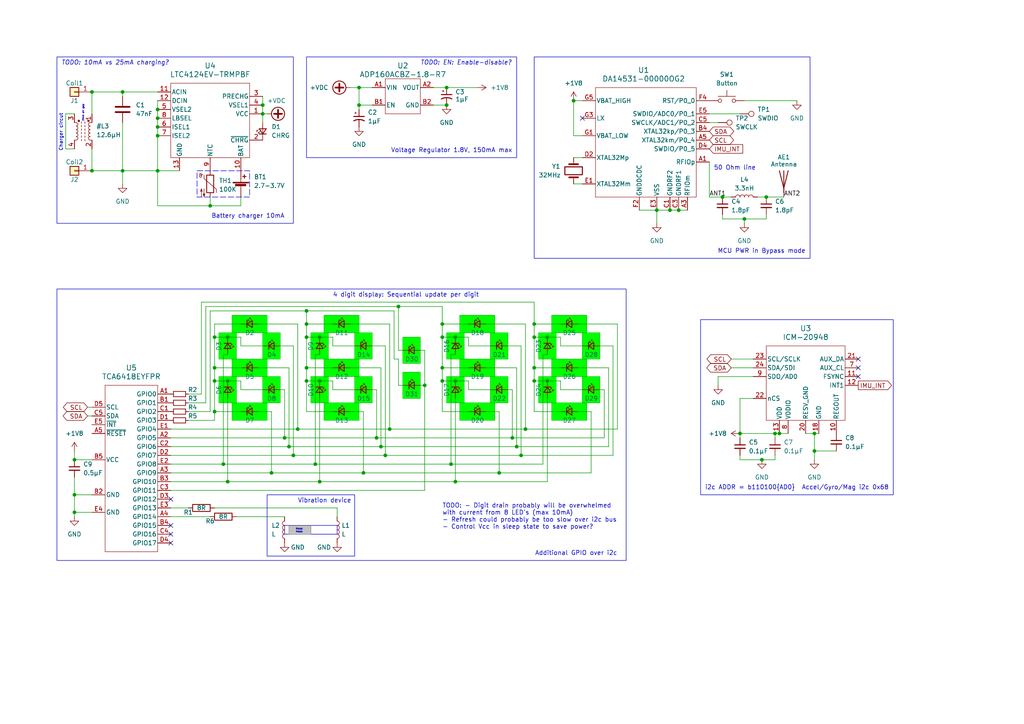
<source format=kicad_sch>
(kicad_sch (version 20230121) (generator eeschema)
  (paper "A4")
  (junction (at 82.55 127))
  (junction (at 88.9 90.17))
  (junction (at 132.08 110.49))
  (junction (at 129.54 25.4))
  (junction (at 149.86 129.54))
  (junction (at 214.63 125.73))
  (junction (at 45.72 31.75))
  (junction (at 66.04 139.7))
  (junction (at 154.94 97.79))
  (junction (at 154.94 106.68))
  (junction (at 104.14 25.4))
  (junction (at 91.44 134.62))
  (junction (at 144.78 137.16))
  (junction (at 148.59 127))
  (junction (at 154.94 110.49))
  (junction (at 45.72 49.53))
  (junction (at 76.2 33.02))
  (junction (at 166.37 29.21))
  (junction (at 88.9 93.98))
  (junction (at 215.9 63.5))
  (junction (at 220.98 133.35))
  (junction (at 35.56 26.67))
  (junction (at 158.75 97.79))
  (junction (at 92.71 110.49))
  (junction (at 224.79 125.73))
  (junction (at 132.08 97.79))
  (junction (at 128.27 106.68))
  (junction (at 209.55 57.15))
  (junction (at 62.23 119.38))
  (junction (at 66.04 97.79))
  (junction (at 152.4 124.46))
  (junction (at 26.67 49.53))
  (junction (at 62.23 110.49))
  (junction (at 86.36 124.46))
  (junction (at 132.08 139.7))
  (junction (at 21.59 143.51))
  (junction (at 158.75 110.49))
  (junction (at 115.57 88.9))
  (junction (at 64.77 134.62))
  (junction (at 45.72 34.29))
  (junction (at 123.19 111.76))
  (junction (at 92.71 139.7))
  (junction (at 236.22 130.81))
  (junction (at 45.72 36.83))
  (junction (at 45.72 39.37))
  (junction (at 105.41 137.16))
  (junction (at 60.96 59.69))
  (junction (at 109.22 127))
  (junction (at 222.25 57.15))
  (junction (at 111.76 132.08))
  (junction (at 128.27 93.98))
  (junction (at 130.81 134.62))
  (junction (at 104.14 30.48))
  (junction (at 128.27 110.49))
  (junction (at 226.06 125.73))
  (junction (at 113.03 124.46))
  (junction (at 78.74 137.16))
  (junction (at 62.23 97.79))
  (junction (at 110.49 129.54))
  (junction (at 88.9 110.49))
  (junction (at 154.94 93.98))
  (junction (at 21.59 148.59))
  (junction (at 151.13 132.08))
  (junction (at 196.85 60.96))
  (junction (at 83.82 129.54))
  (junction (at 35.56 49.53))
  (junction (at 26.67 26.67))
  (junction (at 92.71 97.79))
  (junction (at 76.2 30.48))
  (junction (at 129.54 30.48))
  (junction (at 190.5 60.96))
  (junction (at 66.04 110.49))
  (junction (at 194.31 60.96))
  (junction (at 236.22 125.73))
  (junction (at 128.27 97.79))
  (junction (at 85.09 132.08))
  (junction (at 88.9 106.68))
  (junction (at 62.23 106.68))
  (junction (at 21.59 133.35))
  (junction (at 88.9 97.79))
  (no_connect (at 49.53 144.78))
  (no_connect (at 49.53 157.48))
  (no_connect (at 248.92 104.14))
  (no_connect (at 49.53 152.4))
  (no_connect (at 49.53 154.94))
  (no_connect (at 248.92 106.68))
  (no_connect (at 248.92 109.22))
  (no_connect (at 168.91 34.29))
  (wire (pts (xy 128.27 110.49) (xy 132.08 110.49)))
  (wire (pts (xy 21.59 33.02) (xy 19.05 33.02)))
  (wire (pts (xy 115.57 101.6) (xy 116.84 101.6)))
  (wire (pts (xy 130.81 134.62) (xy 157.48 134.62)))
  (wire (pts (xy 25.4 120.65) (xy 26.67 120.65)))
  (wire (pts (xy 224.79 125.73) (xy 226.06 125.73)))
  (wire (pts (xy 26.67 143.51) (xy 21.59 143.51)))
  (wire (pts (xy 205.74 35.56) (xy 208.28 35.56)))
  (wire (pts (xy 123.19 142.24) (xy 123.19 111.76)))
  (wire (pts (xy 81.28 113.03) (xy 82.55 113.03)))
  (wire (pts (xy 215.9 29.21) (xy 231.14 29.21)))
  (wire (pts (xy 123.19 111.76) (xy 123.19 101.6)))
  (wire (pts (xy 113.03 124.46) (xy 152.4 124.46)))
  (wire (pts (xy 88.9 93.98) (xy 88.9 97.79)))
  (wire (pts (xy 205.74 46.99) (xy 205.74 57.15)))
  (wire (pts (xy 88.9 90.17) (xy 114.3 90.17)))
  (wire (pts (xy 88.9 97.79) (xy 88.9 106.68)))
  (wire (pts (xy 60.96 59.69) (xy 45.72 59.69)))
  (wire (pts (xy 209.55 57.15) (xy 212.09 57.15)))
  (wire (pts (xy 226.06 125.73) (xy 228.6 125.73)))
  (wire (pts (xy 82.55 127) (xy 109.22 127)))
  (wire (pts (xy 115.57 104.14) (xy 115.57 111.76)))
  (wire (pts (xy 194.31 60.96) (xy 196.85 60.96)))
  (wire (pts (xy 154.94 110.49) (xy 158.75 110.49)))
  (wire (pts (xy 135.89 100.33) (xy 142.24 100.33)))
  (wire (pts (xy 121.92 111.76) (xy 123.19 111.76)))
  (wire (pts (xy 26.67 43.18) (xy 26.67 49.53)))
  (wire (pts (xy 147.32 113.03) (xy 148.59 113.03)))
  (wire (pts (xy 66.04 102.87) (xy 64.77 102.87)))
  (wire (pts (xy 179.07 93.98) (xy 167.64 93.98)))
  (wire (pts (xy 218.44 109.22) (xy 208.28 109.22)))
  (wire (pts (xy 154.94 106.68) (xy 154.94 110.49)))
  (wire (pts (xy 76.2 35.56) (xy 76.2 33.02)))
  (wire (pts (xy 208.28 109.22) (xy 208.28 111.76)))
  (wire (pts (xy 88.9 119.38) (xy 96.52 119.38)))
  (wire (pts (xy 62.23 93.98) (xy 69.85 93.98)))
  (wire (pts (xy 49.53 137.16) (xy 78.74 137.16)))
  (wire (pts (xy 62.23 97.79) (xy 66.04 97.79)))
  (wire (pts (xy 158.75 115.57) (xy 158.75 139.7)))
  (wire (pts (xy 49.53 142.24) (xy 123.19 142.24)))
  (wire (pts (xy 85.09 132.08) (xy 111.76 132.08)))
  (wire (pts (xy 62.23 147.32) (xy 97.79 147.32)))
  (wire (pts (xy 96.52 100.33) (xy 96.52 97.79)))
  (wire (pts (xy 88.9 110.49) (xy 92.71 110.49)))
  (wire (pts (xy 171.45 119.38) (xy 171.45 137.16)))
  (wire (pts (xy 49.53 124.46) (xy 86.36 124.46)))
  (wire (pts (xy 166.37 29.21) (xy 168.91 29.21)))
  (wire (pts (xy 167.64 119.38) (xy 171.45 119.38)))
  (wire (pts (xy 113.03 93.98) (xy 113.03 124.46)))
  (wire (pts (xy 49.53 134.62) (xy 64.77 134.62)))
  (wire (pts (xy 54.61 121.92) (xy 62.23 121.92)))
  (wire (pts (xy 64.77 102.87) (xy 64.77 134.62)))
  (wire (pts (xy 105.41 119.38) (xy 105.41 137.16)))
  (wire (pts (xy 205.74 33.02) (xy 214.63 33.02)))
  (wire (pts (xy 149.86 129.54) (xy 176.53 129.54)))
  (wire (pts (xy 115.57 111.76) (xy 116.84 111.76)))
  (wire (pts (xy 88.9 97.79) (xy 92.71 97.79)))
  (wire (pts (xy 66.04 139.7) (xy 92.71 139.7)))
  (wire (pts (xy 21.59 148.59) (xy 21.59 149.86)))
  (wire (pts (xy 132.08 102.87) (xy 130.81 102.87)))
  (wire (pts (xy 135.89 100.33) (xy 135.89 97.79)))
  (wire (pts (xy 101.6 106.68) (xy 110.49 106.68)))
  (wire (pts (xy 212.09 104.14) (xy 218.44 104.14)))
  (wire (pts (xy 114.3 104.14) (xy 115.57 104.14)))
  (wire (pts (xy 81.28 100.33) (xy 85.09 100.33)))
  (wire (pts (xy 209.55 62.23) (xy 209.55 63.5)))
  (wire (pts (xy 92.71 139.7) (xy 132.08 139.7)))
  (wire (pts (xy 158.75 110.49) (xy 162.56 110.49)))
  (wire (pts (xy 158.75 102.87) (xy 157.48 102.87)))
  (wire (pts (xy 85.09 100.33) (xy 85.09 132.08)))
  (wire (pts (xy 125.73 25.4) (xy 129.54 25.4)))
  (wire (pts (xy 66.04 97.79) (xy 69.85 97.79)))
  (wire (pts (xy 101.6 25.4) (xy 104.14 25.4)))
  (wire (pts (xy 132.08 139.7) (xy 158.75 139.7)))
  (wire (pts (xy 45.72 29.21) (xy 45.72 31.75)))
  (wire (pts (xy 76.2 27.94) (xy 76.2 30.48)))
  (wire (pts (xy 128.27 93.98) (xy 135.89 93.98)))
  (wire (pts (xy 35.56 35.56) (xy 35.56 49.53)))
  (wire (pts (xy 92.71 97.79) (xy 96.52 97.79)))
  (wire (pts (xy 35.56 49.53) (xy 35.56 53.34)))
  (wire (pts (xy 88.9 110.49) (xy 88.9 119.38)))
  (wire (pts (xy 166.37 39.37) (xy 166.37 29.21)))
  (wire (pts (xy 69.85 59.69) (xy 60.96 59.69)))
  (wire (pts (xy 66.04 110.49) (xy 69.85 110.49)))
  (wire (pts (xy 154.94 93.98) (xy 154.94 97.79)))
  (wire (pts (xy 140.97 106.68) (xy 149.86 106.68)))
  (wire (pts (xy 128.27 119.38) (xy 135.89 119.38)))
  (wire (pts (xy 26.67 26.67) (xy 35.56 26.67)))
  (wire (pts (xy 154.94 97.79) (xy 154.94 106.68)))
  (wire (pts (xy 88.9 90.17) (xy 88.9 93.98)))
  (wire (pts (xy 62.23 121.92) (xy 62.23 119.38)))
  (wire (pts (xy 107.95 100.33) (xy 111.76 100.33)))
  (wire (pts (xy 128.27 97.79) (xy 132.08 97.79)))
  (wire (pts (xy 148.59 113.03) (xy 148.59 127)))
  (wire (pts (xy 62.23 110.49) (xy 62.23 119.38)))
  (wire (pts (xy 236.22 125.73) (xy 237.49 125.73)))
  (wire (pts (xy 92.71 110.49) (xy 96.52 110.49)))
  (wire (pts (xy 76.2 33.02) (xy 77.47 33.02)))
  (wire (pts (xy 166.37 45.72) (xy 168.91 45.72)))
  (wire (pts (xy 54.61 116.84) (xy 59.69 116.84)))
  (wire (pts (xy 123.19 101.6) (xy 121.92 101.6)))
  (wire (pts (xy 49.53 132.08) (xy 85.09 132.08)))
  (wire (pts (xy 86.36 124.46) (xy 113.03 124.46)))
  (wire (pts (xy 154.94 87.63) (xy 154.94 93.98)))
  (wire (pts (xy 45.72 59.69) (xy 45.72 49.53)))
  (wire (pts (xy 96.52 100.33) (xy 102.87 100.33)))
  (wire (pts (xy 209.55 63.5) (xy 215.9 63.5)))
  (wire (pts (xy 21.59 133.35) (xy 26.67 133.35)))
  (wire (pts (xy 219.71 57.15) (xy 222.25 57.15)))
  (wire (pts (xy 62.23 93.98) (xy 62.23 97.79)))
  (wire (pts (xy 35.56 26.67) (xy 35.56 27.94)))
  (wire (pts (xy 104.14 25.4) (xy 104.14 30.48)))
  (wire (pts (xy 35.56 26.67) (xy 45.72 26.67)))
  (wire (pts (xy 35.56 49.53) (xy 45.72 49.53)))
  (wire (pts (xy 54.61 119.38) (xy 60.96 119.38)))
  (wire (pts (xy 49.53 129.54) (xy 83.82 129.54)))
  (wire (pts (xy 69.85 100.33) (xy 76.2 100.33)))
  (wire (pts (xy 158.75 97.79) (xy 162.56 97.79)))
  (wire (pts (xy 76.2 30.48) (xy 76.2 33.02)))
  (wire (pts (xy 114.3 90.17) (xy 114.3 104.14)))
  (wire (pts (xy 115.57 88.9) (xy 115.57 101.6)))
  (wire (pts (xy 69.85 57.15) (xy 69.85 59.69)))
  (wire (pts (xy 69.85 100.33) (xy 69.85 97.79)))
  (wire (pts (xy 49.53 127) (xy 82.55 127)))
  (wire (pts (xy 222.25 57.15) (xy 227.33 57.15)))
  (wire (pts (xy 205.74 57.15) (xy 209.55 57.15)))
  (wire (pts (xy 109.22 127) (xy 148.59 127)))
  (wire (pts (xy 176.53 106.68) (xy 176.53 129.54)))
  (wire (pts (xy 107.95 113.03) (xy 109.22 113.03)))
  (wire (pts (xy 62.23 119.38) (xy 69.85 119.38)))
  (wire (pts (xy 92.71 102.87) (xy 91.44 102.87)))
  (wire (pts (xy 21.59 143.51) (xy 21.59 148.59)))
  (wire (pts (xy 60.96 57.15) (xy 60.96 59.69)))
  (wire (pts (xy 144.78 119.38) (xy 144.78 137.16)))
  (wire (pts (xy 214.63 133.35) (xy 220.98 133.35)))
  (wire (pts (xy 101.6 93.98) (xy 113.03 93.98)))
  (wire (pts (xy 19.05 33.02) (xy 19.05 43.18)))
  (wire (pts (xy 60.96 119.38) (xy 60.96 90.17)))
  (wire (pts (xy 101.6 119.38) (xy 105.41 119.38)))
  (wire (pts (xy 236.22 125.73) (xy 236.22 130.81)))
  (wire (pts (xy 105.41 137.16) (xy 144.78 137.16)))
  (wire (pts (xy 59.69 88.9) (xy 115.57 88.9)))
  (wire (pts (xy 78.74 137.16) (xy 105.41 137.16)))
  (wire (pts (xy 45.72 31.75) (xy 45.72 34.29)))
  (wire (pts (xy 151.13 132.08) (xy 177.8 132.08)))
  (wire (pts (xy 21.59 138.43) (xy 21.59 143.51)))
  (wire (pts (xy 152.4 93.98) (xy 152.4 124.46)))
  (wire (pts (xy 88.9 106.68) (xy 88.9 110.49)))
  (wire (pts (xy 60.96 90.17) (xy 88.9 90.17)))
  (wire (pts (xy 196.85 60.96) (xy 199.39 60.96)))
  (wire (pts (xy 162.56 100.33) (xy 162.56 97.79)))
  (wire (pts (xy 236.22 130.81) (xy 236.22 133.35)))
  (wire (pts (xy 96.52 113.03) (xy 96.52 110.49)))
  (wire (pts (xy 97.79 147.32) (xy 97.79 149.86)))
  (wire (pts (xy 58.42 114.3) (xy 54.61 114.3)))
  (wire (pts (xy 64.77 134.62) (xy 91.44 134.62)))
  (wire (pts (xy 128.27 106.68) (xy 128.27 110.49)))
  (wire (pts (xy 45.72 49.53) (xy 45.72 39.37)))
  (wire (pts (xy 214.63 125.73) (xy 224.79 125.73)))
  (wire (pts (xy 110.49 129.54) (xy 149.86 129.54)))
  (wire (pts (xy 162.56 100.33) (xy 168.91 100.33)))
  (wire (pts (xy 222.25 63.5) (xy 215.9 63.5)))
  (wire (pts (xy 74.93 93.98) (xy 86.36 93.98)))
  (wire (pts (xy 149.86 106.68) (xy 149.86 129.54)))
  (wire (pts (xy 125.73 30.48) (xy 129.54 30.48)))
  (wire (pts (xy 214.63 125.73) (xy 214.63 127)))
  (wire (pts (xy 49.53 147.32) (xy 54.61 147.32)))
  (wire (pts (xy 91.44 134.62) (xy 130.81 134.62)))
  (wire (pts (xy 62.23 106.68) (xy 69.85 106.68)))
  (wire (pts (xy 175.26 113.03) (xy 173.99 113.03)))
  (wire (pts (xy 214.63 133.35) (xy 214.63 132.08)))
  (wire (pts (xy 162.56 113.03) (xy 162.56 110.49)))
  (wire (pts (xy 140.97 93.98) (xy 152.4 93.98)))
  (wire (pts (xy 69.85 113.03) (xy 69.85 110.49)))
  (wire (pts (xy 212.09 106.68) (xy 218.44 106.68)))
  (wire (pts (xy 135.89 113.03) (xy 142.24 113.03)))
  (wire (pts (xy 49.53 139.7) (xy 66.04 139.7)))
  (wire (pts (xy 111.76 100.33) (xy 111.76 132.08)))
  (wire (pts (xy 190.5 60.96) (xy 190.5 64.77)))
  (wire (pts (xy 214.63 115.57) (xy 214.63 125.73)))
  (wire (pts (xy 166.37 53.34) (xy 168.91 53.34)))
  (wire (pts (xy 96.52 113.03) (xy 102.87 113.03)))
  (wire (pts (xy 115.57 88.9) (xy 128.27 88.9)))
  (wire (pts (xy 19.05 43.18) (xy 21.59 43.18)))
  (wire (pts (xy 128.27 93.98) (xy 128.27 97.79)))
  (wire (pts (xy 91.44 102.87) (xy 91.44 134.62)))
  (wire (pts (xy 62.23 97.79) (xy 62.23 106.68)))
  (wire (pts (xy 151.13 100.33) (xy 151.13 132.08)))
  (wire (pts (xy 59.69 116.84) (xy 59.69 88.9)))
  (wire (pts (xy 154.94 97.79) (xy 158.75 97.79)))
  (wire (pts (xy 83.82 106.68) (xy 83.82 129.54)))
  (wire (pts (xy 215.9 63.5) (xy 215.9 64.77)))
  (wire (pts (xy 179.07 124.46) (xy 179.07 93.98)))
  (wire (pts (xy 224.79 133.35) (xy 224.79 132.08)))
  (wire (pts (xy 154.94 93.98) (xy 162.56 93.98)))
  (wire (pts (xy 62.23 106.68) (xy 62.23 110.49)))
  (wire (pts (xy 177.8 100.33) (xy 177.8 132.08)))
  (wire (pts (xy 78.74 119.38) (xy 78.74 137.16)))
  (wire (pts (xy 132.08 110.49) (xy 135.89 110.49)))
  (wire (pts (xy 25.4 118.11) (xy 26.67 118.11)))
  (wire (pts (xy 110.49 106.68) (xy 110.49 129.54)))
  (wire (pts (xy 157.48 102.87) (xy 157.48 134.62)))
  (wire (pts (xy 58.42 87.63) (xy 58.42 114.3)))
  (wire (pts (xy 233.68 125.73) (xy 236.22 125.73)))
  (wire (pts (xy 175.26 113.03) (xy 175.26 127)))
  (wire (pts (xy 218.44 115.57) (xy 214.63 115.57)))
  (wire (pts (xy 132.08 115.57) (xy 132.08 139.7)))
  (wire (pts (xy 222.25 62.23) (xy 222.25 63.5)))
  (wire (pts (xy 45.72 36.83) (xy 45.72 39.37)))
  (wire (pts (xy 154.94 106.68) (xy 162.56 106.68)))
  (wire (pts (xy 185.42 60.96) (xy 190.5 60.96)))
  (wire (pts (xy 109.22 113.03) (xy 109.22 127)))
  (wire (pts (xy 152.4 124.46) (xy 179.07 124.46)))
  (wire (pts (xy 58.42 87.63) (xy 154.94 87.63)))
  (wire (pts (xy 104.14 30.48) (xy 107.95 30.48)))
  (wire (pts (xy 162.56 113.03) (xy 168.91 113.03)))
  (wire (pts (xy 104.14 25.4) (xy 107.95 25.4)))
  (wire (pts (xy 144.78 137.16) (xy 171.45 137.16)))
  (wire (pts (xy 220.98 133.35) (xy 224.79 133.35)))
  (wire (pts (xy 49.53 149.86) (xy 60.96 149.86)))
  (wire (pts (xy 52.07 49.53) (xy 45.72 49.53)))
  (wire (pts (xy 62.23 110.49) (xy 66.04 110.49)))
  (wire (pts (xy 104.14 30.48) (xy 104.14 31.75)))
  (wire (pts (xy 92.71 115.57) (xy 92.71 139.7)))
  (wire (pts (xy 130.81 102.87) (xy 130.81 134.62)))
  (wire (pts (xy 69.85 113.03) (xy 76.2 113.03)))
  (wire (pts (xy 21.59 130.81) (xy 21.59 133.35)))
  (wire (pts (xy 148.59 127) (xy 175.26 127)))
  (wire (pts (xy 129.54 25.4) (xy 138.43 25.4)))
  (wire (pts (xy 45.72 34.29) (xy 45.72 36.83)))
  (wire (pts (xy 132.08 97.79) (xy 135.89 97.79)))
  (wire (pts (xy 128.27 97.79) (xy 128.27 106.68)))
  (wire (pts (xy 177.8 100.33) (xy 173.99 100.33)))
  (wire (pts (xy 68.58 149.86) (xy 82.55 149.86)))
  (wire (pts (xy 147.32 100.33) (xy 151.13 100.33)))
  (wire (pts (xy 140.97 119.38) (xy 144.78 119.38)))
  (wire (pts (xy 82.55 113.03) (xy 82.55 127)))
  (wire (pts (xy 135.89 113.03) (xy 135.89 110.49)))
  (wire (pts (xy 88.9 93.98) (xy 96.52 93.98)))
  (wire (pts (xy 176.53 106.68) (xy 167.64 106.68)))
  (wire (pts (xy 88.9 106.68) (xy 96.52 106.68)))
  (wire (pts (xy 74.93 106.68) (xy 83.82 106.68)))
  (wire (pts (xy 236.22 130.81) (xy 242.57 130.81)))
  (wire (pts (xy 168.91 39.37) (xy 166.37 39.37)))
  (wire (pts (xy 66.04 115.57) (xy 66.04 139.7)))
  (wire (pts (xy 128.27 106.68) (xy 135.89 106.68)))
  (wire (pts (xy 26.67 49.53) (xy 35.56 49.53)))
  (wire (pts (xy 86.36 93.98) (xy 86.36 124.46)))
  (wire (pts (xy 224.79 125.73) (xy 224.79 127)))
  (wire (pts (xy 26.67 148.59) (xy 21.59 148.59)))
  (wire (pts (xy 74.93 119.38) (xy 78.74 119.38)))
  (wire (pts (xy 190.5 60.96) (xy 194.31 60.96)))
  (wire (pts (xy 26.67 26.67) (xy 26.67 33.02)))
  (wire (pts (xy 154.94 110.49) (xy 154.94 119.38)))
  (wire (pts (xy 128.27 110.49) (xy 128.27 119.38)))
  (wire (pts (xy 111.76 132.08) (xy 151.13 132.08)))
  (wire (pts (xy 128.27 88.9) (xy 128.27 93.98)))
  (wire (pts (xy 83.82 129.54) (xy 110.49 129.54)))
  (wire (pts (xy 154.94 119.38) (xy 162.56 119.38)))
  (rectangle (start 168.91 109.22) (end 173.99 116.84) (stroke (width 0) (color 0 194 0 1)) (fill (type color) (color 0 255 0 1)))
  (rectangle (start 93.98 91.44) (end 104.14 96.52) (stroke (width 0) (color 0 194 0 1)) (fill (type color) (color 0 255 0 1)))
  (rectangle (start 160.02 91.44) (end 170.18 96.52) (stroke (width 0) (color 0 194 0 1)) (fill (type color) (color 0 255 0 1)))
  (rectangle (start 67.31 116.84) (end 77.47 121.92) (stroke (width 0) (color 0 194 0 1)) (fill (type color) (color 0 255 0 1)))
  (rectangle (start 142.24 109.22) (end 147.32 116.84) (stroke (width 0) (color 0 194 0 1)) (fill (type color) (color 0 255 0 1)))
  (rectangle (start 67.31 104.14) (end 77.47 109.22) (stroke (width 0) (color 0 194 0 1)) (fill (type color) (color 0 255 0 1)))
  (rectangle (start 90.17 96.52) (end 95.25 104.14) (stroke (width 0) (color 0 194 0 1)) (fill (type color) (color 0 255 0 1)))
  (rectangle (start 133.35 91.44) (end 143.51 96.52) (stroke (width 0) (color 0 194 0 1)) (fill (type color) (color 0 255 0 1)))
  (rectangle (start 77.47 143.51) (end 102.87 161.29))
  (rectangle (start 160.02 104.14) (end 170.18 109.22) (stroke (width 0) (color 0 194 0 1)) (fill (type color) (color 0 255 0 1)))
  (rectangle (start 93.98 116.84) (end 104.14 121.92) (stroke (width 0) (color 0 194 0 1)) (fill (type color) (color 0 255 0 1)))
  (rectangle (start 67.31 91.44) (end 77.47 96.52) (stroke (width 0) (color 0 194 0 1)) (fill (type color) (color 0 255 0 1)))
  (rectangle (start 154.94 16.51) (end 234.95 74.93))
  (rectangle (start 63.5 109.22) (end 68.58 116.84) (stroke (width 0) (color 0 194 0 1)) (fill (type color) (color 0 255 0 1)))
  (rectangle (start 83.82 152.4) (end 90.17 154.94) (stroke (width 0) (color 132 132 132 1)) (fill (type color) (color 194 194 194 1)))
  (rectangle (start 116.84 97.79) (end 121.92 105.41) (stroke (width 0) (color 0 194 0 1)) (fill (type color) (color 0 255 0 1)))
  (rectangle (start 57.15 49.53) (end 72.39 57.15) (stroke (width 0) (type dash)))
  (rectangle (start 133.35 104.14) (end 143.51 109.22) (stroke (width 0) (color 0 194 0 1)) (fill (type color) (color 0 255 0 1)))
  (rectangle (start 90.17 109.22) (end 95.25 116.84) (stroke (width 0) (color 0 194 0 1)) (fill (type color) (color 0 255 0 1)))
  (rectangle (start 88.9 16.51) (end 149.86 45.72))
  (rectangle (start 142.24 96.52) (end 147.32 104.14) (stroke (width 0) (color 0 194 0 1)) (fill (type color) (color 0 255 0 1)))
  (rectangle (start 102.87 96.52) (end 107.95 104.14) (stroke (width 0) (color 0 194 0 1)) (fill (type color) (color 0 255 0 1)))
  (rectangle (start 129.54 109.22) (end 134.62 116.84) (stroke (width 0) (color 0 194 0 1)) (fill (type color) (color 0 255 0 1)))
  (rectangle (start 63.5 96.52) (end 68.58 104.14) (stroke (width 0) (color 0 194 0 1)) (fill (type color) (color 0 255 0 1)))
  (rectangle (start 129.54 96.52) (end 134.62 104.14) (stroke (width 0) (color 0 194 0 1)) (fill (type color) (color 0 255 0 1)))
  (rectangle (start 76.2 96.52) (end 81.28 104.14) (stroke (width 0) (color 0 194 0 1)) (fill (type color) (color 0 255 0 1)))
  (rectangle (start 160.02 116.84) (end 170.18 121.92) (stroke (width 0) (color 0 194 0 1)) (fill (type color) (color 0 255 0 1)))
  (rectangle (start 76.2 109.22) (end 81.28 116.84) (stroke (width 0) (color 0 194 0 1)) (fill (type color) (color 0 255 0 1)))
  (rectangle (start 82.55 152.4) (end 97.79 154.94))
  (rectangle (start 203.2 92.71) (end 259.08 143.51))
  (rectangle (start 93.98 104.14) (end 104.14 109.22) (stroke (width 0) (color 0 194 0 1)) (fill (type color) (color 0 255 0 1)))
  (rectangle (start 16.51 16.51) (end 85.09 64.77))
  (rectangle (start 16.51 83.82) (end 181.61 162.56))
  (rectangle (start 102.87 109.22) (end 107.95 116.84) (stroke (width 0) (color 0 194 0 1)) (fill (type color) (color 0 255 0 1)))
  (rectangle (start 156.21 109.22) (end 161.29 116.84) (stroke (width 0) (color 0 194 0 1)) (fill (type color) (color 0 255 0 1)))
  (rectangle (start 133.35 116.84) (end 143.51 121.92) (stroke (width 0) (color 0 194 0 1)) (fill (type color) (color 0 255 0 1)))
  (rectangle (start 116.84 107.95) (end 121.92 115.57) (stroke (width 0) (color 0 194 0 1)) (fill (type color) (color 0 255 0 1)))
  (rectangle (start 168.91 96.52) (end 173.99 104.14) (stroke (width 0) (color 0 194 0 1)) (fill (type color) (color 0 255 0 1)))
  (rectangle (start 156.21 96.52) (end 161.29 104.14) (stroke (width 0) (color 0 194 0 1)) (fill (type color) (color 0 255 0 1)))
  (text "Additional GPIO over i2c" (at 179.07 161.29 0) (effects (font (size 1.27 1.27)) (justify right bottom)))
  (text "Metal\nmass" (at 85.7254 154.6588 0) (effects (font (size 0.5 0.5)) (justify left bottom)))
  (text "TODO: EN: Enable-disable?" (at 121.92 19.05 0) (effects (font (size 1.27 1.27) italic) (justify left bottom)))
  (text "i2c ADDR = b110100{AD0}" (at 204.47 142.24 0) (effects (font (size 1.27 1.27)) (justify left bottom)))
  (text "Voltage Regulator 1.8V, 150mA max" (at 148.59 44.45 0) (effects (font (size 1.27 1.27)) (justify right bottom)))
  (text "4 digit display: Sequential update per digit" (at 96.52 86.36 0) (effects (font (size 1.27 1.27)) (justify left bottom)))
  (text "50 Ohm line" (at 207.01 49.53 0) (effects (font (size 1.27 1.27)) (justify left bottom)))
  (text "Charger circut" (at 18.275 43.9558 90) (effects (font (size 1 1)) (justify left bottom)))
  (text "TODO: - Digit drain probably will be overwhelmed\nwith current from 8 LED's (max 10mA)\n- Refresh could probably be too slow over i2c bus\n- Control Vcc in sleep state to save power?" (at 128.27 153.67 0) (effects (font (size 1.27 1.27)) (justify left bottom)))
  (text "2mm air gap" (at 24.4127 35.3665 90) (effects (font (size 0.5 0.5)) (justify left bottom)))
  (text "Vibration device" (at 86.36 146.05 0) (effects (font (size 1.27 1.27)) (justify left bottom)))
  (text "TODO: 10mA vs 25mA charging?" (at 17.78 19.05 0) (effects (font (size 1.27 1.27) italic) (justify left bottom)))
  (text "Accel/Gyro/Mag i2c 0x68" (at 257.81 142.24 0) (effects (font (size 1.27 1.27)) (justify right bottom)))
  (text "MCU PWR in Bypass mode" (at 233.68 73.66 0) (effects (font (size 1.27 1.27)) (justify right bottom)))
  (text "Battery charger 10mA" (at 82.55 63.5 0) (effects (font (size 1.27 1.27)) (justify right bottom)))
  (label "ANT2" (at 227.33 57.15 0))
  (label "ANT1" (at 205.74 57.15 0))
  (global_label "SDA" (shape bidirectional) (at 25.4 120.65 180) (property "Intersheetrefs" "${INTERSHEET_REFS}" (effects hide)))
  (global_label "SDA" (shape bidirectional) (at 212.09 106.68 180) (property "Intersheetrefs" "${INTERSHEET_REFS}" (effects hide)))
  (global_label "SCL" (shape bidirectional) (at 205.74 40.64 0) (property "Intersheetrefs" "${INTERSHEET_REFS}" (effects hide)))
  (global_label "IMU_INT" (shape input) (at 205.74 43.18 0) (property "Intersheetrefs" "${INTERSHEET_REFS}" (effects hide)))
  (global_label "IMU_INT" (shape output) (at 248.92 111.76 0) (property "Intersheetrefs" "${INTERSHEET_REFS}" (effects hide)))
  (global_label "SCL" (shape bidirectional) (at 25.4 118.11 180) (property "Intersheetrefs" "${INTERSHEET_REFS}" (effects hide)))
  (global_label "SCL" (shape bidirectional) (at 212.09 104.14 180) (property "Intersheetrefs" "${INTERSHEET_REFS}" (effects hide)))
  (global_label "SDA" (shape bidirectional) (at 205.74 38.1 0) (property "Intersheetrefs" "${INTERSHEET_REFS}" (effects hide)))
  (symbol (lib_id "Device:R_Small") (at 52.07 121.92 90) (unit 1)
    (property "Reference" "R5" (at 55.88 120.65 90))
    (property "Value" "R_Small" (effects hide))
    (property "Footprint" "Resistor_SMD:R_0201_0603Metric" (effects hide))
  )
  (symbol (lib_id "Switch:SW_Push") (at 210.82 29.21 0) (unit 1)
    (property "Reference" "SW1" (at 210.82 21.59 0))
    (property "Value" "Button" (at 210.82 24.13 0))
    (property "Footprint" "footprints:KMT0_push_3x2.6" (effects hide))
  )
  (symbol (lib_id "Device:C_Small") (at 224.79 129.54 0) (unit 1)
    (property "Reference" "C7" (at 227.33 128.2763 0) (effects (justify left)))
    (property "Value" "0.1µF" (at 227.33 130.8163 0) (effects (justify left)))
    (property "Footprint" "Capacitor_SMD:C_0201_0603Metric" (effects hide))
  )
  (symbol (lib_id "power:GND") (at 21.59 149.86 0) (unit 1)
    (property "Reference" "#PWR015" (effects hide))
    (property "Value" "GND" (at 21.59 154.94 0))
  )
  (symbol (lib_id "Device:C_Polarized_Small_US") (at 104.14 34.29 0) (unit 1)
    (property "Reference" "C2" (at 106.68 32.5882 0) (effects (justify left)))
    (property "Value" "1µF" (at 106.68 35.1282 0) (effects (justify left)))
    (property "Footprint" "Capacitor_SMD:C_0201_0603Metric" (effects hide))
  )
  (symbol (lib_id "Device:LED_Small") (at 132.08 100.33 270) (unit 1)
    (property "Reference" "D16" (at 129.54 100.3935 0))
    (property "Value" "DIG" (effects hide))
    (property "Footprint" "Diode_SMD:D_0201_0603Metric" (effects hide))
  )
  (symbol (lib_id "Device:LED_Small") (at 119.38 101.6 0) (unit 1)
    (property "Reference" "D30" (at 119.4435 104.14 0))
    (property "Value" "DIG" (effects hide))
    (property "Footprint" "Diode_SMD:D_0201_0603Metric" (effects hide))
  )
  (symbol (lib_id "power:GND") (at 104.14 36.83 0) (unit 1)
    (property "Reference" "#PWR04" (effects hide))
    (property "Value" "GND" (at 104.14 41.91 0))
  )
  (symbol (lib_id "Connector:TestPoint") (at 208.28 35.56 270) (unit 1)
    (property "Reference" "TP2" (at 213.36 34.29 90) (effects (justify left)))
    (property "Value" "SWCLK" (at 213.36 36.83 90) (effects (justify left)))
    (property "Footprint" "footprints:TestPoint_Pad_D0.5mm" (effects hide))
  )
  (symbol (lib_id "Connector_Generic:Conn_01x01") (at 21.59 26.67 180) (unit 1)
    (property "Reference" "J1" (at 21.59 29.21 0))
    (property "Value" "Coil1" (at 21.59 24.13 0))
    (property "Footprint" "footprints:Conn_Pad_0.5x0.5mm" (effects hide))
  )
  (symbol (lib_id "Device:LED_Small") (at 158.75 113.03 270) (unit 1)
    (property "Reference" "D24" (at 156.21 113.0935 0))
    (property "Value" "DIG" (effects hide))
    (property "Footprint" "Diode_SMD:D_0201_0603Metric" (effects hide))
  )
  (symbol (lib_id "Device:C_Small") (at 209.55 59.69 0) (unit 1)
    (property "Reference" "C4" (at 212.09 58.4263 0) (effects (justify left)))
    (property "Value" "1.8pF" (at 212.09 60.9663 0) (effects (justify left)))
    (property "Footprint" "Capacitor_SMD:C_0201_0603Metric" (effects hide))
  )
  (symbol (lib_id "power:+1V8") (at 21.59 130.81 0) (unit 1)
    (property "Reference" "#PWR014" (effects hide))
    (property "Value" "+1V8" (at 21.59 125.73 0))
  )
  (symbol (lib_id "Device:LED_Small") (at 165.1 93.98 0) (unit 1)
    (property "Reference" "D25" (at 165.1635 96.52 0))
    (property "Value" "DIG" (effects hide))
    (property "Footprint" "Diode_SMD:D_0201_0603Metric" (effects hide))
  )
  (symbol (lib_id "Device:LED_Small") (at 72.39 119.38 0) (unit 1)
    (property "Reference" "D7" (at 72.4535 121.92 0))
    (property "Value" "DIG" (effects hide))
    (property "Footprint" "Diode_SMD:D_0201_0603Metric" (effects hide))
  )
  (symbol (lib_id "Device:LED_Small") (at 132.08 113.03 270) (unit 1)
    (property "Reference" "D17" (at 129.54 113.0935 0))
    (property "Value" "DIG" (effects hide))
    (property "Footprint" "Diode_SMD:D_0201_0603Metric" (effects hide))
  )
  (symbol (lib_id "Device:Antenna") (at 227.33 52.07 0) (unit 1)
    (property "Reference" "AE1" (at 225.5123 45.5699 0) (effects (justify left)))
    (property "Value" "Antenna" (at 223.52 47.625 0) (effects (justify left)))
    (property "Footprint" "footprints:ANT_ANT3216_YAG" (effects hide))
  )
  (symbol (lib_id "power:GND") (at 35.56 53.34 0) (unit 1)
    (property "Reference" "#PWR02" (effects hide))
    (property "Value" "GND" (at 35.56 58.42 0))
  )
  (symbol (lib_id "Device:R_Small") (at 52.07 114.3 90) (unit 1)
    (property "Reference" "R2" (at 55.88 113.03 90))
    (property "Value" "R_Small" (effects hide))
    (property "Footprint" "Resistor_SMD:R_0201_0603Metric" (effects hide))
  )
  (symbol (lib_id "Device:LED_Small") (at 92.71 100.33 270) (unit 1)
    (property "Reference" "D9" (at 90.17 100.3935 0))
    (property "Value" "DIG" (effects hide))
    (property "Footprint" "Diode_SMD:D_0201_0603Metric" (effects hide))
  )
  (symbol (lib_id "Device:LED_Small") (at 119.38 111.76 0) (unit 1)
    (property "Reference" "D31" (at 119.4435 114.3 0))
    (property "Value" "DIG" (effects hide))
    (property "Footprint" "Diode_SMD:D_0201_0603Metric" (effects hide))
  )
  (symbol (lib_id "symbols:ADP160ACBZ-1.8-R7") (at 96.52 31.75 0) (unit 1)
    (property "Reference" "U2" (at 116.84 19.05 0) (effects (font (size 1.524 1.524))))
    (property "Value" "ADP160ACBZ-1.8-R7" (at 116.84 21.59 0) (effects (font (size 1.524 1.524))))
    (property "Footprint" "CB_4_1_ADI" (effects hide))
    (property "Datasheet" "ADP160ACBZ-1.8-R7" (effects hide))
  )
  (symbol (lib_id "Device:LED_Small") (at 138.43 106.68 0) (unit 1)
    (property "Reference" "D19" (at 138.4935 109.22 0))
    (property "Value" "DIG" (effects hide))
    (property "Footprint" "Diode_SMD:D_0201_0603Metric" (effects hide))
  )
  (symbol (lib_id "Device:LED_Small") (at 78.74 100.33 0) (unit 1)
    (property "Reference" "D4" (at 78.8035 102.87 0))
    (property "Value" "DIG" (effects hide))
    (property "Footprint" "Diode_SMD:D_0201_0603Metric" (effects hide))
  )
  (symbol (lib_id "Device:LED_Small") (at 99.06 93.98 0) (unit 1)
    (property "Reference" "D11" (at 99.1235 96.52 0))
    (property "Value" "DIG" (effects hide))
    (property "Footprint" "Diode_SMD:D_0201_0603Metric" (effects hide))
  )
  (symbol (lib_id "Device:LED_Small") (at 171.45 113.03 0) (unit 1)
    (property "Reference" "D29" (at 171.5135 115.57 0))
    (property "Value" "DIG" (effects hide))
    (property "Footprint" "Diode_SMD:D_0201_0603Metric" (effects hide))
  )
  (symbol (lib_id "Device:C") (at 35.56 31.75 0) (unit 1)
    (property "Reference" "C1" (at 39.37 30.48 0) (effects (justify left)))
    (property "Value" "47nF" (at 39.37 33.02 0) (effects (justify left)))
    (property "Footprint" "Capacitor_SMD:C_0201_0603Metric" (effects hide))
  )
  (symbol (lib_id "Device:LED_Small") (at 105.41 113.03 0) (unit 1)
    (property "Reference" "D15" (at 105.4735 115.57 0))
    (property "Value" "DIG" (effects hide))
    (property "Footprint" "Diode_SMD:D_0201_0603Metric" (effects hide))
  )
  (symbol (lib_id "Device:LED_Small") (at 92.71 113.03 270) (unit 1)
    (property "Reference" "D10" (at 90.17 113.0935 0))
    (property "Value" "DIG" (effects hide))
    (property "Footprint" "Diode_SMD:D_0201_0603Metric" (effects hide))
  )
  (symbol (lib_id "Device:LED_Small") (at 144.78 100.33 0) (unit 1)
    (property "Reference" "D21" (at 144.8435 102.87 0))
    (property "Value" "DIG" (effects hide))
    (property "Footprint" "Diode_SMD:D_0201_0603Metric" (effects hide))
  )
  (symbol (lib_id "Device:C_Small") (at 214.63 129.54 0) (unit 1)
    (property "Reference" "C5" (at 217.17 128.2763 0) (effects (justify left)))
    (property "Value" "0.1µF" (at 217.17 130.8163 0) (effects (justify left)))
    (property "Footprint" "Capacitor_SMD:C_0201_0603Metric" (effects hide))
  )
  (symbol (lib_id "power:GND") (at 190.5 64.77 0) (unit 1)
    (property "Reference" "#PWR07" (effects hide))
    (property "Value" "GND" (at 190.5 69.85 0))
  )
  (symbol (lib_id "power:GND") (at 97.79 157.48 0) (unit 1)
    (property "Reference" "#PWR018" (effects hide))
    (property "Value" "GND" (at 93.98 158.75 0))
  )
  (symbol (lib_id "power:GND") (at 82.55 157.48 0) (unit 1)
    (property "Reference" "#PWR017" (effects hide))
    (property "Value" "GND" (at 86.36 158.75 0))
  )
  (symbol (lib_id "power:+1V8") (at 166.37 29.21 0) (unit 1)
    (property "Reference" "#PWR09" (effects hide))
    (property "Value" "+1V8" (at 166.37 24.13 0))
  )
  (symbol (lib_id "Device:C_Small") (at 21.59 135.89 0) (unit 1)
    (property "Reference" "C9" (at 24.13 134.6263 0) (effects (justify left)))
    (property "Value" "0.5µF" (at 24.13 137.1663 0) (effects (justify left)))
    (property "Footprint" "Capacitor_SMD:C_0201_0603Metric" (effects hide))
  )
  (symbol (lib_id "Device:C_Small") (at 242.57 128.27 0) (unit 1)
    (property "Reference" "C8" (at 245.11 127.0063 0) (effects (justify left)))
    (property "Value" "0.1µF" (at 245.11 129.5463 0) (effects (justify left)))
    (property "Footprint" "Capacitor_SMD:C_0201_0603Metric" (effects hide))
  )
  (symbol (lib_id "Device:LED_Small") (at 72.39 93.98 0) (unit 1)
    (property "Reference" "D2" (at 72.4535 96.52 0))
    (property "Value" "DIG" (effects hide))
    (property "Footprint" "Diode_SMD:D_0201_0603Metric" (effects hide))
  )
  (symbol (lib_id "Device:L") (at 82.55 153.67 180) (unit 1)
    (property "Reference" "L2" (at 78.74 152.4 0) (effects (justify right)))
    (property "Value" "L" (at 78.74 154.94 0) (effects (justify right)))
    (property "Footprint" "Inductor_SMD:L_0805_2012Metric" (effects hide))
  )
  (symbol (lib_id "power:GND") (at 215.9 64.77 0) (unit 1)
    (property "Reference" "#PWR08" (effects hide))
    (property "Value" "GND" (at 215.9 69.85 0))
  )
  (symbol (lib_id "Device:R") (at 58.42 147.32 90) (unit 1)
    (property "Reference" "R1" (at 54.61 148.59 90))
    (property "Value" "8R" (at 58.42 147.32 90))
    (property "Footprint" "Resistor_SMD:R_0201_0603Metric" (effects hide))
  )
  (symbol (lib_id "Device:C_Polarized_Small_US") (at 129.54 27.94 0) (unit 1)
    (property "Reference" "C3" (at 132.0534 26.6673 0) (effects (justify left)))
    (property "Value" "1µF" (at 132.08 28.7782 0) (effects (justify left)))
    (property "Footprint" "Capacitor_SMD:C_0201_0603Metric" (effects hide))
  )
  (symbol (lib_id "Device:R_Small") (at 52.07 116.84 90) (unit 1)
    (property "Reference" "R3" (at 55.88 115.57 90))
    (property "Value" "R_Small" (effects hide))
    (property "Footprint" "Resistor_SMD:R_0201_0603Metric" (effects hide))
  )
  (symbol (lib_id "Device:LED_Small") (at 66.04 100.33 270) (unit 1)
    (property "Reference" "D3" (at 63.5 100.3935 0))
    (property "Value" "DIG" (effects hide))
    (property "Footprint" "Diode_SMD:D_0201_0603Metric" (effects hide))
  )
  (symbol (lib_id "Device:C_Small") (at 222.25 59.69 0) (unit 1)
    (property "Reference" "C6" (at 224.79 58.4263 0) (effects (justify left)))
    (property "Value" "1.8pF" (at 224.79 60.9663 0) (effects (justify left)))
    (property "Footprint" "Capacitor_SMD:C_0201_0603Metric" (effects hide))
  )
  (symbol (lib_id "Device:R") (at 64.77 149.86 90) (unit 1)
    (property "Reference" "R6" (at 60.96 151.13 90))
    (property "Value" "8R" (at 64.77 149.86 90))
    (property "Footprint" "Resistor_SMD:R_0201_0603Metric" (effects hide))
  )
  (symbol (lib_id "power:GND") (at 129.54 30.48 0) (unit 1)
    (property "Reference" "#PWR05" (effects hide))
    (property "Value" "GND" (at 129.54 35.56 0))
  )
  (symbol (lib_id "Device:LED_Small") (at 72.39 106.68 0) (unit 1)
    (property "Reference" "D5" (at 72.4535 109.22 0))
    (property "Value" "DIG" (effects hide))
    (property "Footprint" "Diode_SMD:D_0201_0603Metric" (effects hide))
  )
  (symbol (lib_id "Device:LED_Small") (at 165.1 106.68 0) (unit 1)
    (property "Reference" "D26" (at 165.1635 109.22 0))
    (property "Value" "DIG" (effects hide))
    (property "Footprint" "Diode_SMD:D_0201_0603Metric" (effects hide))
  )
  (symbol (lib_id "Device:LED_Small") (at 99.06 119.38 0) (unit 1)
    (property "Reference" "D13" (at 99.1235 121.92 0))
    (property "Value" "DIG" (effects hide))
    (property "Footprint" "Diode_SMD:D_0201_0603Metric" (effects hide))
  )
  (symbol (lib_id "Connector_Generic:Conn_01x01") (at 21.59 49.53 180) (unit 1)
    (property "Reference" "J2" (at 21.59 52.07 0))
    (property "Value" "Coil2" (at 21.59 46.99 0))
    (property "Footprint" "footprints:Conn_Pad_0.5x0.5mm" (effects hide))
  )
  (symbol (lib_id "Device:LED_Small") (at 76.2 38.1 90) (unit 1)
    (property "Reference" "D1" (at 78.74 36.7665 90) (effects (justify right)))
    (property "Value" "CHRG" (at 78.74 39.3065 90) (effects (justify right)))
    (property "Footprint" "Diode_SMD:D_0201_0603Metric" (effects hide))
  )
  (symbol (lib_id "Device:LED_Small") (at 66.04 113.03 270) (unit 1)
    (property "Reference" "D6" (at 63.5 113.0935 0))
    (property "Value" "DIG" (effects hide))
    (property "Footprint" "Diode_SMD:D_0201_0603Metric" (effects hide))
  )
  (symbol (lib_id "Device:LED_Small") (at 105.41 100.33 0) (unit 1)
    (property "Reference" "D14" (at 105.4735 102.87 0))
    (property "Value" "DIG" (effects hide))
    (property "Footprint" "Diode_SMD:D_0201_0603Metric" (effects hide))
  )
  (symbol (lib_id "Device:L") (at 215.9 57.15 90) (unit 1)
    (property "Reference" "L4" (at 215.9 52.07 90))
    (property "Value" "3.3nH" (at 215.9 54.61 90))
    (property "Footprint" "Inductor_SMD:L_0201_0603Metric" (effects hide))
  )
  (symbol (lib_id "Device:LED_Small") (at 165.1 119.38 0) (unit 1)
    (property "Reference" "D27" (at 165.1635 121.92 0))
    (property "Value" "DIG" (effects hide))
    (property "Footprint" "Diode_SMD:D_0201_0603Metric" (effects hide))
  )
  (symbol (lib_id "symbols:ICM-20948") (at 204.47 92.71 0) (unit 1)
    (property "Reference" "U3" (at 233.68 95.25 0) (effects (font (size 1.524 1.524))))
    (property "Value" "ICM-20948" (at 233.68 97.79 0) (effects (font (size 1.524 1.524))))
    (property "Footprint" "QFN24_3X3X0P9_IVS" (effects hide))
    (property "Datasheet" "ICM-20948" (effects hide))
  )
  (symbol (lib_id "Device:Battery_Cell") (at 69.85 54.61 0) (unit 1)
    (property "Reference" "BT1" (at 73.66 51.308 0) (effects (justify left)))
    (property "Value" "2.7-3.7V" (at 73.66 53.848 0) (effects (justify left)))
    (property "Footprint" "Resistor_SMD:R_0805_2012Metric" (effects hide))
  )
  (symbol (lib_id "symbols:DA14531-00000OG2") (at 163.83 19.05 0) (unit 1)
    (property "Reference" "U1" (at 186.69 20.32 0) (effects (font (size 1.524 1.524))))
    (property "Value" "DA14531-00000OG2" (at 186.69 22.86 0) (effects (font (size 1.524 1.524))))
    (property "Footprint" "footprints:DA14531-00000OG2_DIL" (effects hide))
    (property "Datasheet" "DA14531-00000OG2" (effects hide))
  )
  (symbol (lib_id "symbols:TCA6418EYFPR") (at 13.97 104.14 0) (unit 1)
    (property "Reference" "U5" (at 38.1 106.68 0) (effects (font (size 1.524 1.524))))
    (property "Value" "TCA6418EYFPR" (at 38.1 109.22 0) (effects (font (size 1.524 1.524))))
    (property "Footprint" "YFP25_TEX" (effects hide))
    (property "Datasheet" "TCA6418EYFPR" (effects hide))
  )
  (symbol (lib_id "power:GND") (at 236.22 133.35 0) (unit 1)
    (property "Reference" "#PWR012" (effects hide))
    (property "Value" "GND" (at 236.22 138.43 0))
  )
  (symbol (lib_id "Device:Crystal") (at 166.37 49.53 270) (unit 1)
    (property "Reference" "Y1" (at 160.02 48.26 90) (effects (justify left)))
    (property "Value" "32MHz" (at 156.21 50.8 90) (effects (justify left)))
    (property "Footprint" "Crystal:Crystal_SMD_2016-4Pin_2.0x1.6mm" (effects hide))
  )
  (symbol (lib_id "Device:LED_Small") (at 158.75 100.33 270) (unit 1)
    (property "Reference" "D23" (at 156.21 100.3935 0))
    (property "Value" "DIG" (effects hide))
    (property "Footprint" "Diode_SMD:D_0201_0603Metric" (effects hide))
  )
  (symbol (lib_id "Device:L") (at 97.79 153.67 0) (unit 1)
    (property "Reference" "L1" (at 99.06 152.4 0) (effects (justify left)))
    (property "Value" "L" (at 99.06 154.94 0) (effects (justify left)))
    (property "Footprint" "Inductor_SMD:L_0805_2012Metric" (effects hide))
  )
  (symbol (lib_id "power:GND") (at 231.14 29.21 0) (unit 1)
    (property "Reference" "#PWR016" (effects hide))
    (property "Value" "GND" (at 231.14 34.29 0))
  )
  (symbol (lib_id "power:GND") (at 220.98 133.35 0) (unit 1)
    (property "Reference" "#PWR011" (effects hide))
    (property "Value" "GND" (at 220.98 138.43 0))
  )
  (symbol (lib_id "power:+VDC") (at 101.6 25.4 90) (unit 1)
    (property "Reference" "#PWR03" (effects hide))
    (property "Value" "+VDC" (at 95.25 25.4 90) (effects (justify left)))
  )
  (symbol (lib_id "Device:R_Small") (at 52.07 119.38 90) (unit 1)
    (property "Reference" "R4" (at 55.88 118.11 90))
    (property "Value" "R_Small" (effects hide))
    (property "Footprint" "Resistor_SMD:R_0201_0603Metric" (effects hide))
  )
  (symbol (lib_id "Device:LED_Small") (at 78.74 113.03 0) (unit 1)
    (property "Reference" "D8" (at 78.8035 115.57 0))
    (property "Value" "DIG" (effects hide))
    (property "Footprint" "Diode_SMD:D_0201_0603Metric" (effects hide))
  )
  (symbol (lib_id "power:GND") (at 208.28 111.76 0) (unit 1)
    (property "Reference" "#PWR013" (effects hide))
    (property "Value" "GND" (at 208.28 116.84 0))
  )
  (symbol (lib_id "Device:LED_Small") (at 99.06 106.68 0) (unit 1)
    (property "Reference" "D12" (at 99.1235 109.22 0))
    (property "Value" "DIG" (effects hide))
    (property "Footprint" "Diode_SMD:D_0201_0603Metric" (effects hide))
  )
  (symbol (lib_id "Device:LED_Small") (at 144.78 113.03 0) (unit 1)
    (property "Reference" "D22" (at 144.8435 115.57 0))
    (property "Value" "DIG" (effects hide))
    (property "Footprint" "Diode_SMD:D_0201_0603Metric" (effects hide))
  )
  (symbol (lib_id "Device:L_Ferrite_Coupled") (at 24.13 38.1 270) (unit 1)
    (property "Reference" "#L3" (at 27.94 36.576 90) (effects (justify left)))
    (property "Value" "12.6µH" (at 27.94 39.116 90) (effects (justify left)))
  )
  (symbol (lib_id "symbols:LTC4124EV-TRMPBF") (at 41.91 29.21 0) (unit 1)
    (property "Reference" "U4" (at 60.96 19.05 0) (effects (font (size 1.524 1.524))))
    (property "Value" "LTC4124EV-TRMPBF" (at 60.96 21.59 0) (effects (font (size 1.524 1.524))))
    (property "Footprint" "LQFN12_ADI" (effects hide))
    (property "Datasheet" "LTC4124EV-TRMPBF" (effects hide))
  )
  (symbol (lib_id "Device:LED_Small") (at 138.43 119.38 0) (unit 1)
    (property "Reference" "D20" (at 138.4935 121.92 0))
    (property "Value" "DIG" (effects hide))
    (property "Footprint" "Diode_SMD:D_0201_0603Metric" (effects hide))
  )
  (symbol (lib_id "Device:LED_Small") (at 171.45 100.33 0) (unit 1)
    (property "Reference" "D28" (at 171.5135 102.87 0))
    (property "Value" "DIG" (effects hide))
    (property "Footprint" "Diode_SMD:D_0201_0603Metric" (effects hide))
  )
  (symbol (lib_id "power:+1V8") (at 138.43 25.4 270) (unit 1)
    (property "Reference" "#PWR06" (effects hide))
    (property "Value" "+1V8" (at 142.24 25.4 90) (effects (justify left)))
  )
  (symbol (lib_id "power:+VDC") (at 77.47 33.02 270) (unit 1)
    (property "Reference" "#PWR01" (effects hide))
    (property "Value" "+VDC" (at 77.47 29.21 90) (effects (justify left)))
  )
  (symbol (lib_id "power:+1V8") (at 214.63 125.73 90) (unit 1)
    (property "Reference" "#PWR010" (effects hide))
    (property "Value" "+1V8" (at 210.82 125.73 90) (effects (justify left)))
  )
  (symbol (lib_id "Device:LED_Small") (at 138.43 93.98 0) (unit 1)
    (property "Reference" "D18" (at 138.4935 96.52 0))
    (property "Value" "DIG" (effects hide))
    (property "Footprint" "Diode_SMD:D_0201_0603Metric" (effects hide))
  )
  (symbol (lib_id "Connector:TestPoint") (at 214.63 33.02 270) (unit 1)
    (property "Reference" "TP1" (at 219.71 31.75 90) (effects (justify left)))
    (property "Value" "SWDIO" (at 219.71 34.29 90) (effects (justify left)))
    (property "Footprint" "footprints:TestPoint_Pad_D0.5mm" (effects hide))
  )
  (symbol (lib_id "Device:Thermistor_NTC") (at 60.96 53.34 0) (unit 1)
    (property "Reference" "TH1" (at 63.5 52.3875 0) (effects (justify left)))
    (property "Value" "100K" (at 63.5 54.9275 0) (effects (justify left)))
    (property "Footprint" "Resistor_SMD:R_0402_1005Metric" (effects hide))
  )
)
</source>
